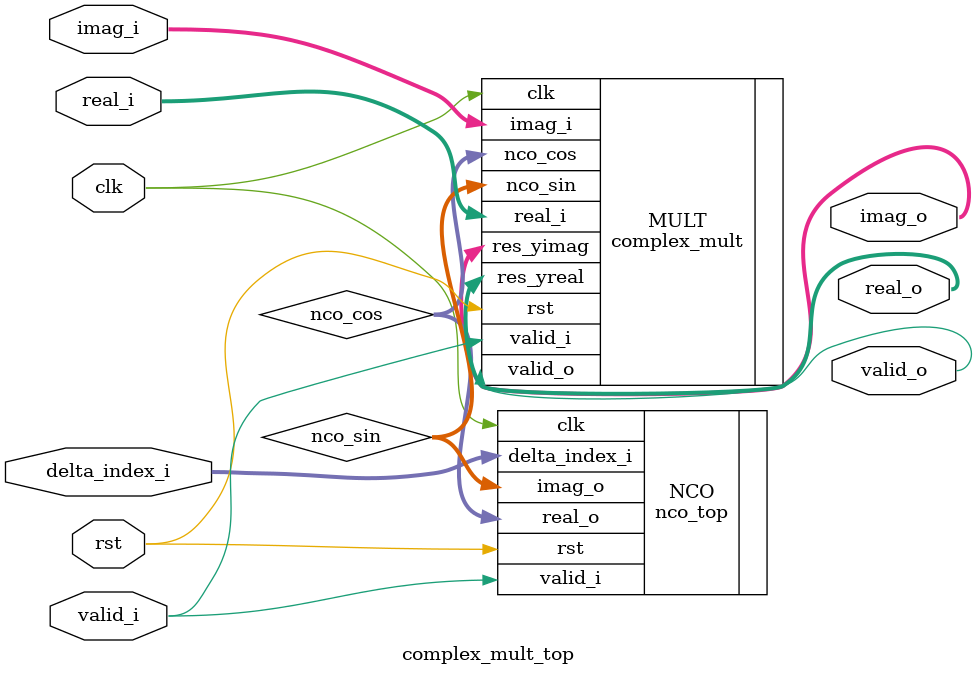
<source format=v>
`include "projectGlobalParam.v"

module complex_mult_top(
	clk,
	rst, 
	delta_index_i,
    real_i,
    imag_i,
	valid_i,
	
	real_o,
	imag_o,
    valid_o
);

input 					    clk, rst;
input signed [31:0] 	    delta_index_i; 
input signed [7:0] 			real_i, imag_i;
input 					    valid_i;

output wire signed	[7:0]   real_o, imag_o; 
output wire 				valid_o;

wire signed [7:0]           nco_cos, nco_sin;

nco_top NCO (
    .clk            (clk),
    .rst            (rst),
    .delta_index_i  (delta_index_i),
    .valid_i        (valid_i),

    .real_o         (nco_cos),
    .imag_o         (nco_sin)
);

complex_mult MULT (
    .clk        (clk),
    .rst        (rst),
    .real_i     (real_i),
    .imag_i     (imag_i),
    .nco_cos    (nco_cos),
    .nco_sin    (nco_sin),
    .valid_i    (valid_i),

    .res_yimag  (imag_o),
    .res_yreal  (real_o),    
    .valid_o    (valid_o)
);

endmodule
</source>
